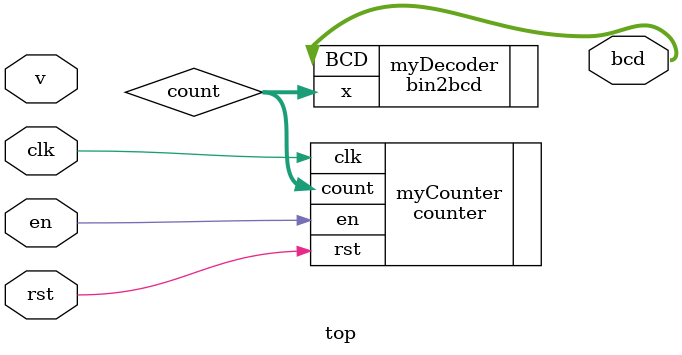
<source format=sv>
module top #(
  parameter WIDTH = 8,
  parameter DIGITS = 3 //won't go over 3 digits
)(
  // interface signals
  input  wire             clk,      // clock
  input  wire             rst,      // reset
  input  wire             en,       // enable
  input  wire [WIDTH-1:0] v,        // value to preload
  output wire [11:0]      bcd       // count output
);

  logic  [WIDTH-1:0]       count;    // interconnect wire

counter myCounter (
  .clk (clk),
  .rst (rst),
  .en (en),
  .count (count)
);

bin2bcd myDecoder (
  .x (count),
  .BCD (bcd)
);

endmodule

</source>
